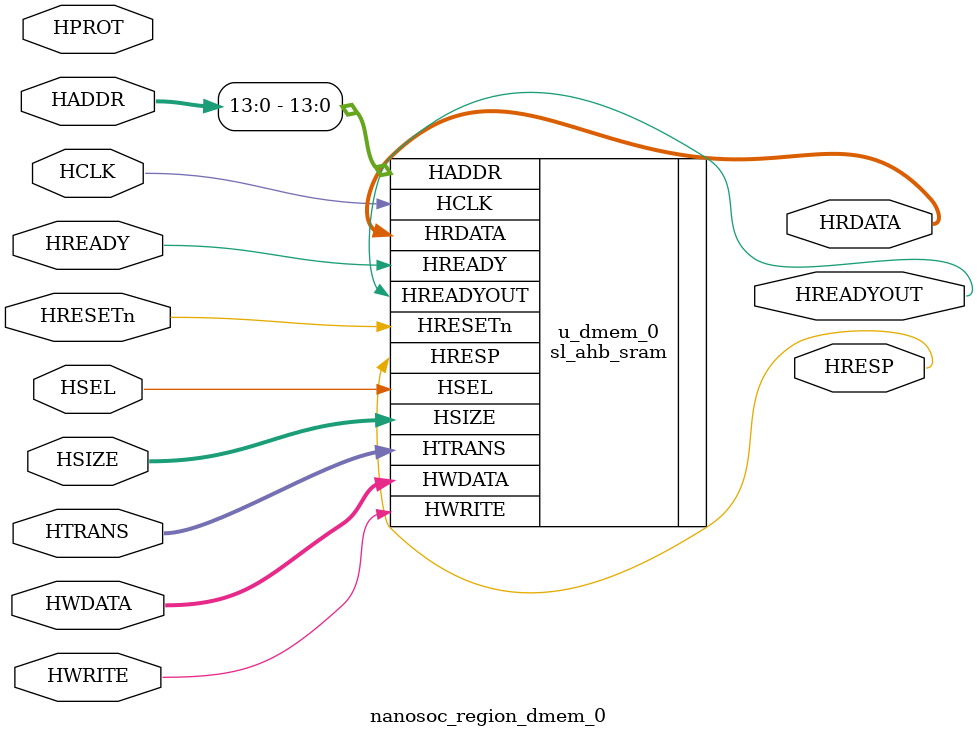
<source format=v>

module nanosoc_region_dmem_0 #(
    parameter    SYS_ADDR_W      = 32, // System Address Width
    parameter    SYS_DATA_W      = 32, // System Data Width
    parameter    DMEM_RAM_ADDR_W = 14, // Width of DMEM RAM Address - Default 16KB
    parameter    DMEM_RAM_DATA_W = 32  // Width of DMEM RAM Data Bus - Default 32 bits
  )(
    input  wire                   HCLK,    
    input  wire                   HRESETn, 

    // AHB connection to Initiator
    input  wire                   HSEL,
    input  wire  [SYS_ADDR_W-1:0] HADDR,
    input  wire             [1:0] HTRANS,
    input  wire             [2:0] HSIZE,
    input  wire             [3:0] HPROT,
    input  wire                   HWRITE,
    input  wire                   HREADY,
    input  wire  [SYS_DATA_W-1:0] HWDATA,

    output wire                   HREADYOUT,
    output wire                   HRESP,
    output wire  [SYS_DATA_W-1:0] HRDATA
  );

    // SRAM Instantiation
    sl_ahb_sram #(
        .SYS_DATA_W (SYS_DATA_W),
        .RAM_DATA_W (DMEM_RAM_DATA_W),
        .RAM_ADDR_W (DMEM_RAM_ADDR_W)
    ) u_dmem_0 (
        // AHB Inputs
        .HCLK       (HCLK),
        .HRESETn    (HRESETn),
        .HSEL       (HSEL), 
        .HADDR      (HADDR [DMEM_RAM_ADDR_W-1:0]),
        .HTRANS     (HTRANS),
        .HSIZE      (HSIZE),
        .HWRITE     (HWRITE),
        .HWDATA     (HWDATA),
        .HREADY     (HREADY),

        // AHB Outputs
        .HREADYOUT  (HREADYOUT),
        .HRDATA     (HRDATA),
        .HRESP      (HRESP)
    );
    
endmodule
</source>
